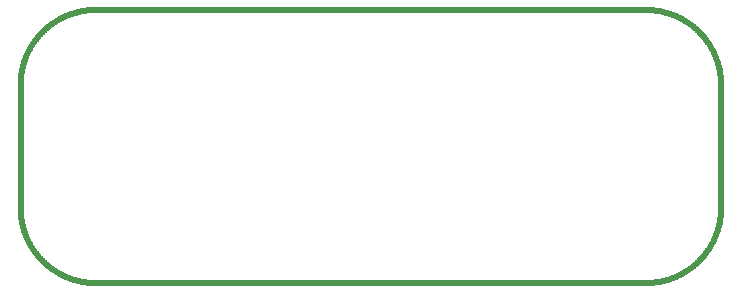
<source format=gbr>
G04 ( created by brdgerber.py ( brdgerber.py v0.1 2014-03-12 ) ) date 2020-04-13 11:59:21 EDT*
G04 Gerber Fmt 3.4, Leading zero omitted, Abs format*
%MOIN*%
%FSLAX34Y34*%
G01*
G70*
G90*
G04 APERTURE LIST*
%ADD12R,0.0550X0.0550*%
%ADD15C,0.1600*%
%ADD14C,0.0120*%
%ADD11C,0.0000*%
%ADD10C,0.0787*%
%ADD16C,0.0150*%
%ADD13C,0.0550*%
%ADD17C,0.0200*%
G04 APERTURE END LIST*
G54D12*
D17*
G01X-08750Y05600D02*
G01X09600Y05600D01*
D17*
G01X-08750Y-03500D02*
G01X09600Y-03500D01*
D17*
G01X-11250Y03100D02*
G01X-11250Y-01000D01*
D17*
G01X12100Y03100D02*
G01X12100Y-01000D01*
D17*
G01X-08750Y05600D02*
G01X-08750Y05600D01*
G01X-08781Y05600D01*
G01X-08811Y05599D01*
G01X-08842Y05598D01*
G01X-08873Y05597D01*
G01X-08903Y05595D01*
G01X-08934Y05593D01*
G01X-08964Y05591D01*
G01X-08995Y05588D01*
G01X-09026Y05585D01*
G01X-09056Y05581D01*
G01X-09086Y05577D01*
G01X-09117Y05573D01*
G01X-09147Y05568D01*
G01X-09177Y05563D01*
G01X-09208Y05558D01*
G01X-09238Y05552D01*
G01X-09268Y05546D01*
G01X-09298Y05539D01*
G01X-09328Y05532D01*
G01X-09357Y05525D01*
G01X-09387Y05517D01*
G01X-09417Y05509D01*
G01X-09446Y05501D01*
G01X-09476Y05492D01*
G01X-09505Y05483D01*
G01X-09534Y05474D01*
G01X-09563Y05464D01*
G01X-09592Y05454D01*
G01X-09621Y05443D01*
G01X-09650Y05432D01*
G01X-09678Y05421D01*
G01X-09707Y05410D01*
G01X-09735Y05398D01*
G01X-09763Y05386D01*
G01X-09791Y05373D01*
G01X-09819Y05360D01*
G01X-09847Y05347D01*
G01X-09874Y05333D01*
G01X-09901Y05319D01*
G01X-09928Y05305D01*
G01X-09955Y05290D01*
G01X-09982Y05275D01*
G01X-10009Y05260D01*
G01X-10035Y05244D01*
G01X-10061Y05228D01*
G01X-10087Y05212D01*
G01X-10113Y05196D01*
G01X-10139Y05179D01*
G01X-10164Y05161D01*
G01X-10190Y05144D01*
G01X-10214Y05126D01*
G01X-10239Y05108D01*
G01X-10264Y05090D01*
G01X-10288Y05071D01*
G01X-10312Y05052D01*
G01X-10336Y05033D01*
G01X-10360Y05013D01*
G01X-10383Y04993D01*
G01X-10406Y04973D01*
G01X-10429Y04952D01*
G01X-10452Y04932D01*
G01X-10474Y04911D01*
G01X-10496Y04889D01*
G01X-10518Y04868D01*
G01X-10539Y04846D01*
G01X-10561Y04824D01*
G01X-10582Y04802D01*
G01X-10602Y04779D01*
G01X-10623Y04756D01*
G01X-10643Y04733D01*
G01X-10663Y04710D01*
G01X-10683Y04686D01*
G01X-10702Y04662D01*
G01X-10721Y04638D01*
G01X-10740Y04614D01*
G01X-10758Y04589D01*
G01X-10776Y04564D01*
G01X-10794Y04540D01*
G01X-10811Y04514D01*
G01X-10829Y04489D01*
G01X-10846Y04463D01*
G01X-10862Y04437D01*
G01X-10878Y04411D01*
G01X-10894Y04385D01*
G01X-10910Y04359D01*
G01X-10925Y04332D01*
G01X-10940Y04305D01*
G01X-10955Y04278D01*
G01X-10969Y04251D01*
G01X-10983Y04224D01*
G01X-10997Y04197D01*
G01X-11010Y04169D01*
G01X-11023Y04141D01*
G01X-11036Y04113D01*
G01X-11048Y04085D01*
G01X-11060Y04057D01*
G01X-11071Y04028D01*
G01X-11082Y04000D01*
G01X-11093Y03971D01*
G01X-11104Y03942D01*
G01X-11114Y03913D01*
G01X-11124Y03884D01*
G01X-11133Y03855D01*
G01X-11142Y03826D01*
G01X-11151Y03796D01*
G01X-11159Y03767D01*
G01X-11167Y03737D01*
G01X-11175Y03707D01*
G01X-11182Y03678D01*
G01X-11189Y03648D01*
G01X-11196Y03618D01*
G01X-11202Y03588D01*
G01X-11208Y03558D01*
G01X-11213Y03527D01*
G01X-11218Y03497D01*
G01X-11223Y03467D01*
G01X-11227Y03436D01*
G01X-11231Y03406D01*
G01X-11235Y03376D01*
G01X-11238Y03345D01*
G01X-11241Y03314D01*
G01X-11243Y03284D01*
G01X-11245Y03253D01*
G01X-11247Y03223D01*
G01X-11248Y03192D01*
G01X-11249Y03161D01*
G01X-11250Y03131D01*
G01X-11250Y03100D01*
D17*
G01X12100Y03100D02*
G01X12100Y03100D01*
G01X12100Y03131D01*
G01X12099Y03161D01*
G01X12098Y03192D01*
G01X12097Y03223D01*
G01X12095Y03253D01*
G01X12093Y03284D01*
G01X12091Y03314D01*
G01X12088Y03345D01*
G01X12085Y03376D01*
G01X12081Y03406D01*
G01X12077Y03436D01*
G01X12073Y03467D01*
G01X12068Y03497D01*
G01X12063Y03527D01*
G01X12058Y03558D01*
G01X12052Y03588D01*
G01X12046Y03618D01*
G01X12039Y03648D01*
G01X12032Y03678D01*
G01X12025Y03707D01*
G01X12017Y03737D01*
G01X12009Y03767D01*
G01X12001Y03796D01*
G01X11992Y03826D01*
G01X11983Y03855D01*
G01X11974Y03884D01*
G01X11964Y03913D01*
G01X11954Y03942D01*
G01X11943Y03971D01*
G01X11932Y04000D01*
G01X11921Y04028D01*
G01X11910Y04057D01*
G01X11898Y04085D01*
G01X11886Y04113D01*
G01X11873Y04141D01*
G01X11860Y04169D01*
G01X11847Y04197D01*
G01X11833Y04224D01*
G01X11819Y04251D01*
G01X11805Y04278D01*
G01X11790Y04305D01*
G01X11775Y04332D01*
G01X11760Y04359D01*
G01X11744Y04385D01*
G01X11728Y04411D01*
G01X11712Y04437D01*
G01X11696Y04463D01*
G01X11679Y04489D01*
G01X11661Y04514D01*
G01X11644Y04540D01*
G01X11626Y04564D01*
G01X11608Y04589D01*
G01X11590Y04614D01*
G01X11571Y04638D01*
G01X11552Y04662D01*
G01X11533Y04686D01*
G01X11513Y04710D01*
G01X11493Y04733D01*
G01X11473Y04756D01*
G01X11452Y04779D01*
G01X11432Y04802D01*
G01X11411Y04824D01*
G01X11389Y04846D01*
G01X11368Y04868D01*
G01X11346Y04889D01*
G01X11324Y04911D01*
G01X11302Y04932D01*
G01X11279Y04952D01*
G01X11256Y04973D01*
G01X11233Y04993D01*
G01X11210Y05013D01*
G01X11186Y05033D01*
G01X11162Y05052D01*
G01X11138Y05071D01*
G01X11114Y05090D01*
G01X11089Y05108D01*
G01X11064Y05126D01*
G01X11040Y05144D01*
G01X11014Y05161D01*
G01X10989Y05179D01*
G01X10963Y05196D01*
G01X10937Y05212D01*
G01X10911Y05228D01*
G01X10885Y05244D01*
G01X10859Y05260D01*
G01X10832Y05275D01*
G01X10805Y05290D01*
G01X10778Y05305D01*
G01X10751Y05319D01*
G01X10724Y05333D01*
G01X10697Y05347D01*
G01X10669Y05360D01*
G01X10641Y05373D01*
G01X10613Y05386D01*
G01X10585Y05398D01*
G01X10557Y05410D01*
G01X10528Y05421D01*
G01X10500Y05432D01*
G01X10471Y05443D01*
G01X10442Y05454D01*
G01X10413Y05464D01*
G01X10384Y05474D01*
G01X10355Y05483D01*
G01X10326Y05492D01*
G01X10296Y05501D01*
G01X10267Y05509D01*
G01X10237Y05517D01*
G01X10207Y05525D01*
G01X10178Y05532D01*
G01X10148Y05539D01*
G01X10118Y05546D01*
G01X10088Y05552D01*
G01X10058Y05558D01*
G01X10027Y05563D01*
G01X09997Y05568D01*
G01X09967Y05573D01*
G01X09936Y05577D01*
G01X09906Y05581D01*
G01X09876Y05585D01*
G01X09845Y05588D01*
G01X09814Y05591D01*
G01X09784Y05593D01*
G01X09753Y05595D01*
G01X09723Y05597D01*
G01X09692Y05598D01*
G01X09661Y05599D01*
G01X09631Y05600D01*
G01X09600Y05600D01*
D17*
G01X09600Y-03500D02*
G01X09600Y-03500D01*
G01X09631Y-03500D01*
G01X09661Y-03499D01*
G01X09692Y-03498D01*
G01X09723Y-03497D01*
G01X09753Y-03495D01*
G01X09784Y-03493D01*
G01X09814Y-03491D01*
G01X09845Y-03488D01*
G01X09876Y-03485D01*
G01X09906Y-03481D01*
G01X09936Y-03477D01*
G01X09967Y-03473D01*
G01X09997Y-03468D01*
G01X10027Y-03463D01*
G01X10058Y-03458D01*
G01X10088Y-03452D01*
G01X10118Y-03446D01*
G01X10148Y-03439D01*
G01X10178Y-03432D01*
G01X10207Y-03425D01*
G01X10237Y-03417D01*
G01X10267Y-03409D01*
G01X10296Y-03401D01*
G01X10326Y-03392D01*
G01X10355Y-03383D01*
G01X10384Y-03374D01*
G01X10413Y-03364D01*
G01X10442Y-03354D01*
G01X10471Y-03343D01*
G01X10500Y-03332D01*
G01X10528Y-03321D01*
G01X10557Y-03310D01*
G01X10585Y-03298D01*
G01X10613Y-03286D01*
G01X10641Y-03273D01*
G01X10669Y-03260D01*
G01X10697Y-03247D01*
G01X10724Y-03233D01*
G01X10751Y-03219D01*
G01X10778Y-03205D01*
G01X10805Y-03190D01*
G01X10832Y-03175D01*
G01X10859Y-03160D01*
G01X10885Y-03144D01*
G01X10911Y-03128D01*
G01X10937Y-03112D01*
G01X10963Y-03096D01*
G01X10989Y-03079D01*
G01X11014Y-03061D01*
G01X11040Y-03044D01*
G01X11064Y-03026D01*
G01X11089Y-03008D01*
G01X11114Y-02990D01*
G01X11138Y-02971D01*
G01X11162Y-02952D01*
G01X11186Y-02933D01*
G01X11210Y-02913D01*
G01X11233Y-02893D01*
G01X11256Y-02873D01*
G01X11279Y-02852D01*
G01X11302Y-02832D01*
G01X11324Y-02811D01*
G01X11346Y-02789D01*
G01X11368Y-02768D01*
G01X11389Y-02746D01*
G01X11411Y-02724D01*
G01X11432Y-02702D01*
G01X11452Y-02679D01*
G01X11473Y-02656D01*
G01X11493Y-02633D01*
G01X11513Y-02610D01*
G01X11533Y-02586D01*
G01X11552Y-02562D01*
G01X11571Y-02538D01*
G01X11590Y-02514D01*
G01X11608Y-02489D01*
G01X11626Y-02464D01*
G01X11644Y-02440D01*
G01X11661Y-02414D01*
G01X11679Y-02389D01*
G01X11696Y-02363D01*
G01X11712Y-02337D01*
G01X11728Y-02311D01*
G01X11744Y-02285D01*
G01X11760Y-02259D01*
G01X11775Y-02232D01*
G01X11790Y-02205D01*
G01X11805Y-02178D01*
G01X11819Y-02151D01*
G01X11833Y-02124D01*
G01X11847Y-02097D01*
G01X11860Y-02069D01*
G01X11873Y-02041D01*
G01X11886Y-02013D01*
G01X11898Y-01985D01*
G01X11910Y-01957D01*
G01X11921Y-01928D01*
G01X11932Y-01900D01*
G01X11943Y-01871D01*
G01X11954Y-01842D01*
G01X11964Y-01813D01*
G01X11974Y-01784D01*
G01X11983Y-01755D01*
G01X11992Y-01726D01*
G01X12001Y-01696D01*
G01X12009Y-01667D01*
G01X12017Y-01637D01*
G01X12025Y-01607D01*
G01X12032Y-01578D01*
G01X12039Y-01548D01*
G01X12046Y-01518D01*
G01X12052Y-01488D01*
G01X12058Y-01458D01*
G01X12063Y-01427D01*
G01X12068Y-01397D01*
G01X12073Y-01367D01*
G01X12077Y-01336D01*
G01X12081Y-01306D01*
G01X12085Y-01276D01*
G01X12088Y-01245D01*
G01X12091Y-01214D01*
G01X12093Y-01184D01*
G01X12095Y-01153D01*
G01X12097Y-01123D01*
G01X12098Y-01092D01*
G01X12099Y-01061D01*
G01X12100Y-01031D01*
G01X12100Y-01000D01*
D17*
G01X-11250Y-01000D02*
G01X-11250Y-01000D01*
G01X-11250Y-01031D01*
G01X-11249Y-01061D01*
G01X-11248Y-01092D01*
G01X-11247Y-01123D01*
G01X-11245Y-01153D01*
G01X-11243Y-01184D01*
G01X-11241Y-01214D01*
G01X-11238Y-01245D01*
G01X-11235Y-01276D01*
G01X-11231Y-01306D01*
G01X-11227Y-01336D01*
G01X-11223Y-01367D01*
G01X-11218Y-01397D01*
G01X-11213Y-01427D01*
G01X-11208Y-01458D01*
G01X-11202Y-01488D01*
G01X-11196Y-01518D01*
G01X-11189Y-01548D01*
G01X-11182Y-01578D01*
G01X-11175Y-01607D01*
G01X-11167Y-01637D01*
G01X-11159Y-01667D01*
G01X-11151Y-01696D01*
G01X-11142Y-01726D01*
G01X-11133Y-01755D01*
G01X-11124Y-01784D01*
G01X-11114Y-01813D01*
G01X-11104Y-01842D01*
G01X-11093Y-01871D01*
G01X-11082Y-01900D01*
G01X-11071Y-01928D01*
G01X-11060Y-01957D01*
G01X-11048Y-01985D01*
G01X-11036Y-02013D01*
G01X-11023Y-02041D01*
G01X-11010Y-02069D01*
G01X-10997Y-02097D01*
G01X-10983Y-02124D01*
G01X-10969Y-02151D01*
G01X-10955Y-02178D01*
G01X-10940Y-02205D01*
G01X-10925Y-02232D01*
G01X-10910Y-02259D01*
G01X-10894Y-02285D01*
G01X-10878Y-02311D01*
G01X-10862Y-02337D01*
G01X-10846Y-02363D01*
G01X-10829Y-02389D01*
G01X-10811Y-02414D01*
G01X-10794Y-02440D01*
G01X-10776Y-02464D01*
G01X-10758Y-02489D01*
G01X-10740Y-02514D01*
G01X-10721Y-02538D01*
G01X-10702Y-02562D01*
G01X-10683Y-02586D01*
G01X-10663Y-02610D01*
G01X-10643Y-02633D01*
G01X-10623Y-02656D01*
G01X-10602Y-02679D01*
G01X-10582Y-02702D01*
G01X-10561Y-02724D01*
G01X-10539Y-02746D01*
G01X-10518Y-02768D01*
G01X-10496Y-02789D01*
G01X-10474Y-02811D01*
G01X-10452Y-02832D01*
G01X-10429Y-02852D01*
G01X-10406Y-02873D01*
G01X-10383Y-02893D01*
G01X-10360Y-02913D01*
G01X-10336Y-02933D01*
G01X-10312Y-02952D01*
G01X-10288Y-02971D01*
G01X-10264Y-02990D01*
G01X-10239Y-03008D01*
G01X-10214Y-03026D01*
G01X-10190Y-03044D01*
G01X-10164Y-03061D01*
G01X-10139Y-03079D01*
G01X-10113Y-03096D01*
G01X-10087Y-03112D01*
G01X-10061Y-03128D01*
G01X-10035Y-03144D01*
G01X-10009Y-03160D01*
G01X-09982Y-03175D01*
G01X-09955Y-03190D01*
G01X-09928Y-03205D01*
G01X-09901Y-03219D01*
G01X-09874Y-03233D01*
G01X-09847Y-03247D01*
G01X-09819Y-03260D01*
G01X-09791Y-03273D01*
G01X-09763Y-03286D01*
G01X-09735Y-03298D01*
G01X-09707Y-03310D01*
G01X-09678Y-03321D01*
G01X-09650Y-03332D01*
G01X-09621Y-03343D01*
G01X-09592Y-03354D01*
G01X-09563Y-03364D01*
G01X-09534Y-03374D01*
G01X-09505Y-03383D01*
G01X-09476Y-03392D01*
G01X-09446Y-03401D01*
G01X-09417Y-03409D01*
G01X-09387Y-03417D01*
G01X-09357Y-03425D01*
G01X-09328Y-03432D01*
G01X-09298Y-03439D01*
G01X-09268Y-03446D01*
G01X-09238Y-03452D01*
G01X-09208Y-03458D01*
G01X-09177Y-03463D01*
G01X-09147Y-03468D01*
G01X-09117Y-03473D01*
G01X-09086Y-03477D01*
G01X-09056Y-03481D01*
G01X-09026Y-03485D01*
G01X-08995Y-03488D01*
G01X-08964Y-03491D01*
G01X-08934Y-03493D01*
G01X-08903Y-03495D01*
G01X-08873Y-03497D01*
G01X-08842Y-03498D01*
G01X-08811Y-03499D01*
G01X-08781Y-03500D01*
G01X-08750Y-03500D01*
M02*

</source>
